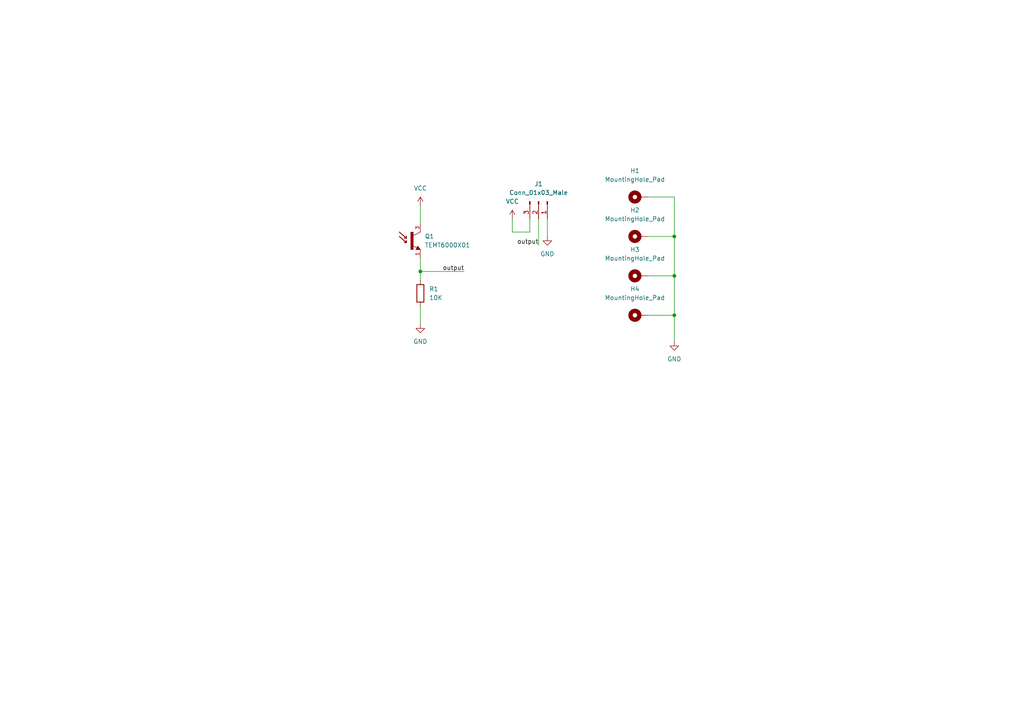
<source format=kicad_sch>
(kicad_sch (version 20211123) (generator eeschema)
  (paper "A4")
  (lib_symbols
    (symbol "Connector:Conn_01x03_Male" (pin_names (offset 1.016) hide)
      (property "Reference" "J" (at 0 5.08 0))
      (property "Value" "Conn_01x03_Male" (at 0 -5.08 0))
      (symbol "Conn_01x03_Male_1_1"
        (polyline (pts (xy 1.27 -2.54) (xy 0.8636 -2.54)) (stroke (width 0.1524)))
        (polyline (pts (xy 1.27 0) (xy 0.8636 0)) (stroke (width 0.1524)))
        (polyline (pts (xy 1.27 2.54) (xy 0.8636 2.54)) (stroke (width 0.1524)))
        (rectangle (start 0.8636 -2.413) (end 0 -2.667) (stroke (width 0.1524)) (fill (type outline)))
        (rectangle (start 0.8636 0.127) (end 0 -0.127) (stroke (width 0.1524)) (fill (type outline)))
        (rectangle (start 0.8636 2.667) (end 0 2.413) (stroke (width 0.1524)) (fill (type outline)))
        (pin passive line (at 5.08 2.54 180) (length 3.81) (name "Pin_1") (number "1"))
        (pin passive line (at 5.08 0 180) (length 3.81) (name "Pin_2") (number "2"))
        (pin passive line (at 5.08 -2.54 180) (length 3.81) (name "Pin_3") (number "3"))
      )
    )
    (symbol "Device:R" (pin_numbers hide) (pin_names (offset 0))
      (property "Reference" "R" (at 2.032 0 90))
      (property "Value" "R" (at 0 0 90))
      (symbol "R_0_1"
        (rectangle (start -1.016 -2.54) (end 1.016 2.54) (stroke (width 0.254)))
      )
      (symbol "R_1_1"
        (pin passive line (at 0 3.81 270) (length 1.27) (name "~") (number "1"))
        (pin passive line (at 0 -3.81 90) (length 1.27) (name "~") (number "2"))
      )
    )
    (symbol "Mechanical:MountingHole_Pad" (pin_numbers hide) (pin_names (offset 1.016) hide)
      (property "Reference" "H" (at 0 6.35 0))
      (property "Value" "MountingHole_Pad" (at 0 4.445 0))
      (symbol "MountingHole_Pad_0_1"
        (circle (center 0 1.27) (radius 1.27) (stroke (width 1.27)))
      )
      (symbol "MountingHole_Pad_1_1"
        (pin input line (at 0 -2.54 90) (length 2.54) (name "1") (number "1"))
      )
    )
    (symbol "TEMT6000X01:TEMT6000X01" (pin_names (offset 1.016))
      (property "Reference" "Q" (at 5.0999 0 0))
      (property "Value" "TEMT6000X01" (at 5.0887 -2.5444 0))
      (symbol "TEMT6000X01_0_0"
        (rectangle (start -0.2547 -2.5468) (end 0.508 2.54) (stroke (width 0.1)) (fill (type outline)))
        (polyline (pts (xy -3.556 1.27) (xy -1.524 -0.508)) (stroke (width 0.254)))
        (polyline (pts (xy -3.556 2.54) (xy -1.524 0.762)) (stroke (width 0.254)))
        (polyline (pts (xy -2.032 -0.508) (xy -1.524 0)) (stroke (width 0.254)))
        (polyline (pts (xy -2.032 0.762) (xy -1.524 1.27)) (stroke (width 0.254)))
        (polyline (pts (xy -1.524 -0.508) (xy -2.032 -0.508)) (stroke (width 0.254)))
        (polyline (pts (xy -1.524 0) (xy -1.524 -0.508)) (stroke (width 0.254)))
        (polyline (pts (xy -1.524 0.762) (xy -2.032 0.762)) (stroke (width 0.254)))
        (polyline (pts (xy -1.524 1.27) (xy -1.524 0.762)) (stroke (width 0.254)))
        (polyline (pts (xy 1.27 -2.54) (xy 1.778 -1.524)) (stroke (width 0.1524)))
        (polyline (pts (xy 1.524 -2.413) (xy 2.286 -2.413)) (stroke (width 0.254)))
        (polyline (pts (xy 1.524 -2.286) (xy 1.905 -2.286)) (stroke (width 0.254)))
        (polyline (pts (xy 1.54 -2.04) (xy 0.308 -1.424)) (stroke (width 0.1524)))
        (polyline (pts (xy 1.778 -1.778) (xy 1.524 -2.286)) (stroke (width 0.254)))
        (polyline (pts (xy 1.778 -1.524) (xy 2.54 -2.54)) (stroke (width 0.1524)))
        (polyline (pts (xy 1.905 -2.286) (xy 1.778 -2.032)) (stroke (width 0.254)))
        (polyline (pts (xy 2.286 -2.413) (xy 1.778 -1.778)) (stroke (width 0.254)))
        (polyline (pts (xy 2.54 -2.54) (xy 1.27 -2.54)) (stroke (width 0.1524)))
        (polyline (pts (xy 2.54 2.54) (xy 0.508 1.524)) (stroke (width 0.1524)))
        (pin passive line (at 2.54 -5.08 90) (length 2.54) (name "~") (number "1"))
        (pin passive line (at 2.54 5.08 270) (length 2.54) (name "~") (number "3"))
      )
    )
    (symbol "power:GND" (power) (pin_names (offset 0))
      (property "Value" "GND" (at 0 -3.81 0))
      (symbol "GND_0_1"
        (polyline (pts (xy 0 0) (xy 0 -1.27) (xy 1.27 -1.27) (xy 0 -2.54) (xy -1.27 -1.27) (xy 0 -1.27)))
      )
      (symbol "GND_1_1"
        (pin power_in line (at 0 0 270) (length 0) hide (name "GND") (number "1"))
      )
    )
    (symbol "power:VCC" (power) (pin_names (offset 0))
      (property "Value" "VCC" (at 0 3.81 0))
      (symbol "VCC_0_1"
        (polyline (pts (xy -0.762 1.27) (xy 0 2.54)))
        (polyline (pts (xy 0 0) (xy 0 2.54)))
        (polyline (pts (xy 0 2.54) (xy 0.762 1.27)))
      )
      (symbol "VCC_1_1"
        (pin power_in line (at 0 0 90) (length 0) hide (name "VCC") (number "1"))
      )
    )
  )
  (junction (at 195.58 80.01))
  (junction (at 195.58 91.44))
  (junction (at 121.92 78.74))
  (junction (at 195.58 68.58))
  (wire (pts (xy 195.58 57.15) (xy 195.58 68.58)))
  (wire (pts (xy 121.92 59.69) (xy 121.92 64.77)))
  (wire (pts (xy 121.92 78.74) (xy 121.92 81.28)))
  (wire (pts (xy 121.92 88.9) (xy 121.92 93.98)))
  (wire (pts (xy 121.92 78.74) (xy 134.62 78.74)))
  (wire (pts (xy 187.96 91.44) (xy 195.58 91.44)))
  (wire (pts (xy 158.75 63.5) (xy 158.75 68.58)))
  (wire (pts (xy 121.92 74.93) (xy 121.92 78.74)))
  (wire (pts (xy 187.96 68.58) (xy 195.58 68.58)))
  (wire (pts (xy 148.59 63.5) (xy 148.59 67.31)))
  (wire (pts (xy 153.67 67.31) (xy 153.67 63.5)))
  (wire (pts (xy 195.58 68.58) (xy 195.58 80.01)))
  (wire (pts (xy 187.96 80.01) (xy 195.58 80.01)))
  (wire (pts (xy 156.21 63.5) (xy 156.21 71.12)))
  (wire (pts (xy 195.58 80.01) (xy 195.58 91.44)))
  (wire (pts (xy 187.96 57.15) (xy 195.58 57.15)))
  (wire (pts (xy 148.59 67.31) (xy 153.67 67.31)))
  (wire (pts (xy 195.58 91.44) (xy 195.58 99.06)))
  (label "output" (at 134.62 78.74 180))
  (label "output" (at 156.21 71.12 180))
  (symbol (lib_id "power:VCC") (at 148.59 63.5 0) (unit 1)
    (property "Reference" "#PWR03" (effects hide))
    (property "Value" "VCC" (at 148.59 58.42 0))
  )
  (symbol (lib_id "power:GND") (at 121.92 93.98 0) (unit 1)
    (property "Reference" "#PWR02" (effects hide))
    (property "Value" "GND" (at 121.92 99.06 0))
  )
  (symbol (lib_id "Mechanical:MountingHole_Pad") (at 185.42 57.15 90) (unit 1)
    (property "Reference" "H1" (at 184.15 49.53 90))
    (property "Value" "MountingHole_Pad" (at 184.15 52.07 90))
    (property "Footprint" "Connector_PinSocket_1.27mm:PinSocket_1x01_P1.27mm_Vertical" (effects hide))
  )
  (symbol (lib_id "TEMT6000X01:TEMT6000X01") (at 119.38 69.85 0) (unit 1)
    (property "Reference" "Q1" (at 123.19 68.5545 0) (effects (justify left)))
    (property "Value" "TEMT6000X01" (at 123.19 71.0945 0) (effects (justify left)))
    (property "Footprint" "TEMT6000X01:TRANS_TEMT6000X01" (effects hide))
    (property "MANUFACTURER" "VISHAY" (effects hide))
    (property "PARTREV" "1.9" (effects hide))
    (property "STANDARD" "Manufacturer Recommendations" (effects hide))
  )
  (symbol (lib_id "power:GND") (at 195.58 99.06 0) (unit 1)
    (property "Reference" "#PWR05" (effects hide))
    (property "Value" "GND" (at 195.58 104.14 0))
  )
  (symbol (lib_id "Mechanical:MountingHole_Pad") (at 185.42 91.44 90) (unit 1)
    (property "Reference" "H4" (at 184.15 83.82 90))
    (property "Value" "MountingHole_Pad" (at 184.15 86.36 90))
    (property "Footprint" "Connector_PinSocket_1.27mm:PinSocket_1x01_P1.27mm_Vertical" (effects hide))
  )
  (symbol (lib_id "Mechanical:MountingHole_Pad") (at 185.42 80.01 90) (unit 1)
    (property "Reference" "H3" (at 184.15 72.39 90))
    (property "Value" "MountingHole_Pad" (at 184.15 74.93 90))
    (property "Footprint" "Connector_PinSocket_1.27mm:PinSocket_1x01_P1.27mm_Vertical" (effects hide))
  )
  (symbol (lib_id "Device:R") (at 121.92 85.09 0) (unit 1)
    (property "Reference" "R1" (at 124.46 83.8199 0) (effects (justify left)))
    (property "Value" "10K" (at 124.46 86.3599 0) (effects (justify left)))
    (property "Footprint" "Resistor_SMD:R_0805_2012Metric_Pad1.20x1.40mm_HandSolder" (effects hide))
  )
  (symbol (lib_id "Mechanical:MountingHole_Pad") (at 185.42 68.58 90) (unit 1)
    (property "Reference" "H2" (at 184.15 60.96 90))
    (property "Value" "MountingHole_Pad" (at 184.15 63.5 90))
    (property "Footprint" "Connector_PinSocket_1.27mm:PinSocket_1x01_P1.27mm_Vertical" (effects hide))
  )
  (symbol (lib_id "Connector:Conn_01x03_Male") (at 156.21 58.42 270) (unit 1)
    (property "Reference" "J1" (at 156.21 53.34 90))
    (property "Value" "Conn_01x03_Male" (at 156.21 55.88 90))
    (property "Footprint" "Connector_PinSocket_2.54mm:PinSocket_1x03_P2.54mm_Vertical" (effects hide))
  )
  (symbol (lib_id "power:VCC") (at 121.92 59.69 0) (unit 1)
    (property "Reference" "#PWR01" (effects hide))
    (property "Value" "VCC" (at 121.92 54.61 0))
  )
  (symbol (lib_id "power:GND") (at 158.75 68.58 0) (unit 1)
    (property "Reference" "#PWR04" (effects hide))
    (property "Value" "GND" (at 158.75 73.66 0))
  )
)
</source>
